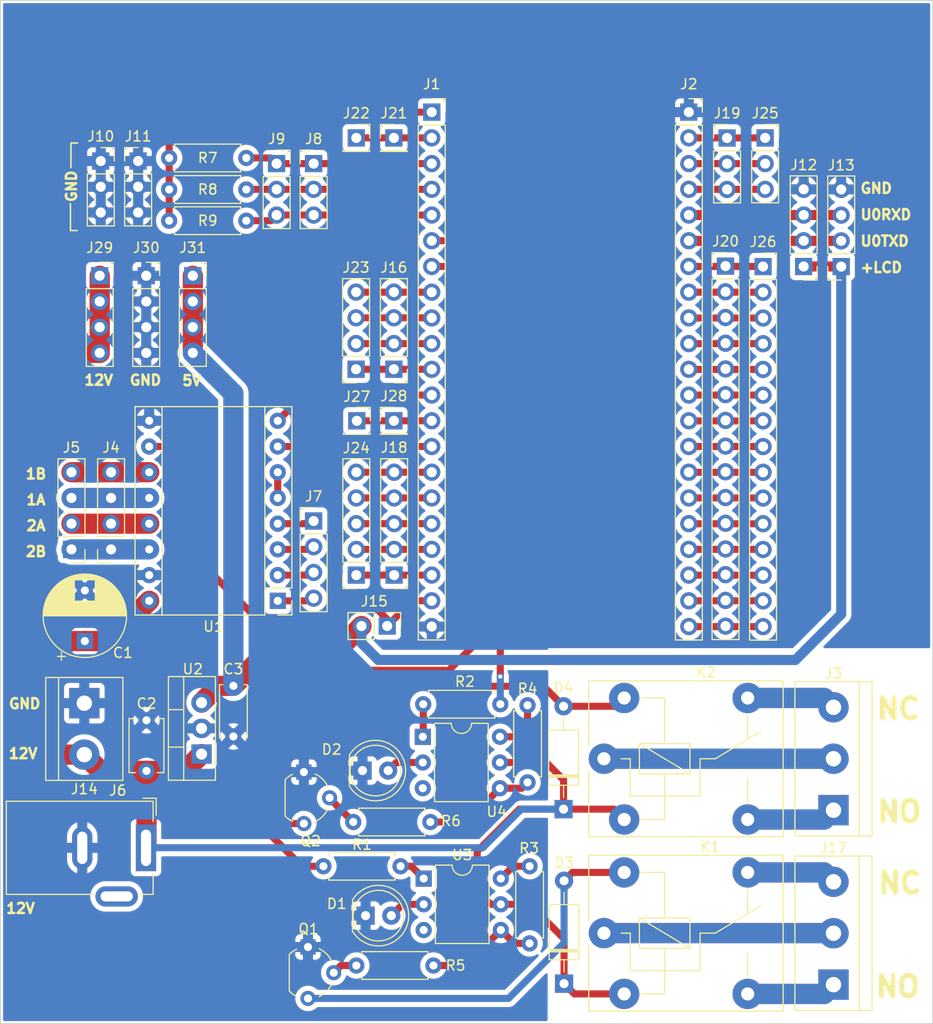
<source format=kicad_pcb>
(kicad_pcb (version 20221018) (generator pcbnew)
  (layers (0 "F.Cu" signal) (31 "B.Cu" signal) (34 "B.Paste" user) (35 "F.Paste" user) (36 "B.SilkS" user "B.Silkscreen") (37 "F.SilkS" user "F.Silkscreen") (38 "B.Mask" user) (39 "F.Mask" user) (44 "Edge.Cuts" user))
  (net 0 "")
  (net 1 "+12V")
  (net 2 "GND")
  (net 3 "+5VA")
  (net 4 "Net-(D1-A)")
  (net 5 "Net-(D2-A)")
  (net 6 "Net-(D3-A)")
  (net 7 "Net-(D4-A)")
  (net 8 "+3V3")
  (net 9 "/micro/GPIO0")
  (net 10 "/FINAL RUN/GPIO1")
  (net 11 "/FINAL RUN/GPIO2")
  (net 12 "/FINAL RUN/GPIO3")
  (net 13 "/RELE/GPIO4")
  (net 14 "/RELE/GPIO5")
  (net 15 "/micro/GPIO6")
  (net 16 "/micro/GPIO7")
  (net 17 "/micro/GPIO8")
  (net 18 "/micro/GPIO9")
  (net 19 "/DRIVER MOTOR/GPIO10")
  (net 20 "/micro/GPIO11")
  (net 21 "/DRIVER MOTOR/GPIO12")
  (net 22 "/micro/GPIO13")
  (net 23 "/micro/GPIO14")
  (net 24 "/micro/GPIO15")
  (net 25 "/micro/GPIO16")
  (net 26 "/micro/GPIO17")
  (net 27 "+5V")
  (net 28 "/micro/RST")
  (net 29 "/micro/GPIO46")
  (net 30 "/micro/GPIO45")
  (net 31 "/PANTALLA/GPIO44")
  (net 32 "/PANTALLA/GPIO43")
  (net 33 "/micro/GPIO42")
  (net 34 "/micro/GPIO41")
  (net 35 "/micro/GPIO40")
  (net 36 "/micro/GPIO39")
  (net 37 "/micro/GPIO38")
  (net 38 "/micro/GPIO37")
  (net 39 "/micro/GPIO36")
  (net 40 "/micro/GPIO35")
  (net 41 "/micro/GPIO34")
  (net 42 "/micro/GPIO33")
  (net 43 "/micro/GPIO26")
  (net 44 "/micro/GPIO21")
  (net 45 "/micro/GPIO20")
  (net 46 "/micro/GPIO19")
  (net 47 "/micro/GPIO18")
  (net 48 "Net-(J3-Pin_1)")
  (net 49 "Net-(J3-Pin_2)")
  (net 50 "Net-(J3-Pin_3)")
  (net 51 "Net-(J4-Pin_1)")
  (net 52 "Net-(J4-Pin_2)")
  (net 53 "Net-(J4-Pin_3)")
  (net 54 "Net-(J4-Pin_4)")
  (net 55 "Net-(J7-Pin_1)")
  (net 56 "Net-(J7-Pin_2)")
  (net 57 "Net-(J7-Pin_3)")
  (net 58 "Net-(J7-Pin_4)")
  (net 59 "Net-(J17-Pin_1)")
  (net 60 "Net-(J17-Pin_2)")
  (net 61 "Net-(J17-Pin_3)")
  (net 62 "Net-(Q1-B)")
  (net 63 "Net-(Q2-B)")
  (net 64 "Net-(R1-Pad1)")
  (net 65 "Net-(R2-Pad1)")
  (net 66 "Net-(R3-Pad1)")
  (net 67 "Net-(R3-Pad2)")
  (net 68 "Net-(R4-Pad1)")
  (net 69 "Net-(R4-Pad2)")
  (net 70 "Net-(U1-RESET)")
  (footprint "Connector_PinSocket_2.54mm:PinSocket_1x04_P2.54mm_Vertical" (layer "F.Cu") (at 57.1956 86.1568)
    (fp_text reference "J29")
    (fp_text value "Conn_01x04" hide)
  )
  (footprint "Connector_PinSocket_2.54mm:PinSocket_1x21_P2.54mm_Vertical" (layer "F.Cu") (at 90 70)
    (fp_text reference "J1")
    (fp_text value "IZQUIERDA")
  )
  (footprint "Capacitor_THT:C_Disc_D5.1mm_W3.2mm_P5.00mm" (layer "F.Cu") (at 61.8196 135.0608 90)
    (fp_text reference "C2")
    (fp_text value "0.22uF" hide)
  )
  (footprint "Connector_BarrelJack:BarrelJack_GCT_DCJ200-10-A_Horizontal" (layer "F.Cu") (at 61.7728 142.6568 -90)
    (fp_text reference "J6")
    (fp_text value "12V" hide)
  )
  (footprint "Diode_THT:D_A-405_P10.16mm_Horizontal" (layer "F.Cu") (at 103.0224 138.8364 90)
    (fp_text reference "D4")
    (fp_text value ">12v" hide)
  )
  (footprint "Connector_PinSocket_2.54mm:PinSocket_1x03_P2.54mm_Vertical" (layer "F.Cu") (at 122.9404 72.5424)
    (fp_text reference "J25")
    (fp_text value "Conn_01x03" hide)
  )
  (footprint "Connector_PinHeader_2.54mm:PinHeader_1x03_P2.54mm_Vertical" (layer "F.Cu") (at 78.3336 75.0824)
    (fp_text reference "J8")
    (fp_text value "Conn_01x03" hide)
  )
  (footprint "Connector_PinHeader_2.54mm:PinHeader_1x15_P2.54mm_Vertical" (layer "F.Cu") (at 119.0244 85.2)
    (fp_text reference "J20")
    (fp_text value "Conn_01x15" hide)
  )
  (footprint "Connector_PinSocket_2.54mm:PinSocket_1x04_P2.54mm_Vertical" (layer "F.Cu") (at 82.525 95.3924 180)
    (fp_text reference "J23")
    (fp_text value "Conn_01x04" hide)
  )
  (footprint "Package_TO_SOT_THT:TO-92_Wide" (layer "F.Cu") (at 77.7748 152.4508 -90)
    (fp_text reference "Q1")
    (fp_text value "2N3904" hide)
  )
  (footprint "Connector_PinSocket_2.54mm:PinSocket_1x04_P2.54mm_Vertical" (layer "F.Cu") (at 66.3956 86.1568)
    (fp_text reference "J31")
    (fp_text value "Conn_01x04" hide)
  )
  (footprint "Connector_PinHeader_2.54mm:PinHeader_1x03_P2.54mm_Vertical" (layer "F.Cu") (at 60.9944 74.8284)
    (fp_text reference "J11")
    (fp_text value "Conn_01x03" hide)
  )
  (footprint "Connector_PinSocket_2.54mm:PinSocket_1x15_P2.54mm_Vertical" (layer "F.Cu") (at 122.7328 85.25)
    (fp_text reference "J26")
    (fp_text value "Conn_01x15" hide)
  )
  (footprint "Connector_PinHeader_2.54mm:PinHeader_1x04_P2.54mm_Vertical" (layer "F.Cu") (at 86.2584 95.3924 180)
    (fp_text reference "J16")
    (fp_text value "Conn_01x04" hide)
  )
  (footprint "Module:Pololu_Breakout-16_15.2x20.3mm" (layer "F.Cu") (at 74.7852 118.2624 180)
    (fp_text reference "U1")
    (fp_text value "~" hide)
  )
  (footprint "Package_DIP:DIP-6_W7.62mm" (layer "F.Cu") (at 89.2048 145.6944)
    (fp_text reference "U3")
    (fp_text value "4N35" hide)
  )
  (footprint "Connector_PinSocket_2.54mm:PinSocket_1x03_P2.54mm_Vertical" (layer "F.Cu") (at 74.676 75.0852)
    (fp_text reference "J9")
    (fp_text value "Conn_01x03" hide)
  )
  (footprint "Resistor_THT:R_Axial_DIN0207_L6.3mm_D2.5mm_P7.62mm_Horizontal" (layer "F.Cu") (at 99.6696 144.4752 -90)
    (fp_text reference "R3")
    (fp_text value "10k" hide)
  )
  (footprint "Relay_THT:Relay_SPDT_Finder_36.11" (layer "F.Cu") (at 107.012 133.858)
    (fp_text reference "K2")
    (fp_text value "FINDER-36.11" hide)
  )
  (footprint "Diode_THT:D_A-405_P10.16mm_Horizontal" (layer "F.Cu") (at 103.0732 156.0688 90)
    (fp_text reference "D3")
    (fp_text value ">12v" hide)
  )
  (footprint "Connector_PinSocket_2.54mm:PinSocket_1x03_P2.54mm_Vertical" (layer "F.Cu") (at 57.3024 74.8284)
    (fp_text reference "J10")
    (fp_text value "Conn_01x03" hide)
  )
  (footprint "Connector_PinSocket_2.54mm:PinSocket_1x05_P2.54mm_Vertical" (layer "F.Cu") (at 82.55 115.7224 180)
    (fp_text reference "J24")
    (fp_text value "Conn_01x05" hide)
  )
  (footprint "Resistor_THT:R_Axial_DIN0207_L6.3mm_D2.5mm_P7.62mm_Horizontal" (layer "F.Cu") (at 64.0588 77.6364)
    (fp_text reference "R8")
    (fp_text value "R" hide)
  )
  (footprint "Connector_PinHeader_2.54mm:PinHeader_1x04_P2.54mm_Vertical" (layer "F.Cu") (at 78.3336 110.3824)
    (fp_text reference "J7")
    (fp_text value "driv" hide)
  )
  (footprint "LED_THT:LED_D5.0mm" (layer "F.Cu") (at 83.1596 135.0264)
    (fp_text reference "D2")
    (fp_text value "LED" hide)
  )
  (footprint "Connector_PinSocket_2.54mm:PinSocket_1x21_P2.54mm_Vertical" (layer "F.Cu") (at 115.4 70)
    (fp_text reference "J2")
    (fp_text value "DERECHA")
  )
  (footprint "Resistor_THT:R_Axial_DIN0207_L6.3mm_D2.5mm_P7.62mm_Horizontal" (layer "F.Cu") (at 99.4664 128.5748 -90)
    (fp_text reference "R4")
    (fp_text value "10k" hide)
  )
  (footprint "Resistor_THT:R_Axial_DIN0207_L6.3mm_D2.5mm_P7.62mm_Horizontal" (layer "F.Cu") (at 90.17 154.2796 180)
    (fp_text reference "R5")
    (fp_text value "1k" hide)
  )
  (footprint "Resistor_THT:R_Axial_DIN0207_L6.3mm_D2.5mm_P7.62mm_Horizontal" (layer "F.Cu") (at 89.159 128.4732)
    (fp_text reference "R2")
    (fp_text value "100" hide)
  )
  (footprint "Connector_PinHeader_2.54mm:PinHeader_1x01_P2.54mm_Vertical" (layer "F.Cu") (at 86.2584 72.5424)
    (fp_text reference "J21")
    (fp_text value "Conn_01x01" hide)
  )
  (footprint "Package_TO_SOT_THT:TO-92_Wide" (layer "F.Cu") (at 77.3684 135.1788 -90)
    (fp_text reference "Q2")
    (fp_text value "2N3904" hide)
  )
  (footprint "TerminalBlock:TerminalBlock_bornier-3_P5.08mm" (layer "F.Cu") (at 129.6924 156.1704 90)
    (fp_text reference "J17")
    (fp_text value "salidas" hide)
  )
  (footprint "Package_DIP:DIP-6_W7.62mm" (layer "F.Cu") (at 89.1182 131.6886)
    (fp_text reference "U4")
    (fp_text value "4N35" hide)
  )
  (footprint "Resistor_THT:R_Axial_DIN0207_L6.3mm_D2.5mm_P7.62mm_Horizontal" (layer "F.Cu") (at 86.9188 144.4752 180)
    (fp_text reference "R1")
    (fp_text value "100" hide)
  )
  (footprint "LED_THT:LED_D5.0mm" (layer "F.Cu") (at 83.4644 149.352)
    (fp_text reference "D1")
    (fp_text value "LED" hide)
  )
  (footprint "TerminalBlock:TerminalBlock_bornier-2_P5.08mm" (layer "F.Cu") (at 55.6768 128.3716 -90)
    (fp_text reference "J14")
    (fp_text value "12V" hide)
  )
  (footprint "Connector_PinSocket_2.54mm:PinSocket_1x04_P2.54mm_Vertical" (layer "F.Cu") (at 58.3184 113.1824 180)
    (fp_text reference "J4")
    (fp_text value "MOTOR" hide)
  )
  (footprint "Capacitor_THT:C_Disc_D5.0mm_W2.5mm_P5.00mm" (layer "F.Cu") (at 70.4048 126.6572 -90)
    (fp_text reference "C3")
    (fp_text value "0.1uF" hide)
  )
  (footprint "Connector_PinHeader_2.54mm:PinHeader_1x05_P2.54mm_Vertical" (layer "F.Cu") (at 86.2856 115.7224 180)
    (fp_text reference "J18")
    (fp_text value "Conn_01x05" hide)
  )
  (footprint "Connector_PinHeader_2.54mm:PinHeader_1x04_P2.54mm_Vertical" (layer "F.Cu") (at 54.4068 113.1824 180)
    (fp_text reference "J5")
    (fp_text value "MOTOR" hide)
  )
  (footprint "Resistor_THT:R_Axial_DIN0207_L6.3mm_D2.5mm_P7.62mm_Horizontal" (layer "F.Cu") (at 89.8652 140.1064 180)
    (fp_text reference "R6")
    (fp_text value "1k" hide)
  )
  (footprint "Connector_PinHeader_2.54mm:PinHeader_1x02_P2.54mm_Vertical" (layer "F.Cu") (at 85.598 120.75 -90)
    (fp_text reference "J15")
    (fp_text value "POWER" hide)
  )
  (footprint "TerminalBlock:TerminalBlock_bornier-3_P5.08mm" (layer "F.Cu") (at 129.6924 138.938 90)
    (fp_text reference "J3")
    (fp_text value "salidas" hide)
  )
  (footprint "Resistor_THT:R_Axial_DIN0207_L6.3mm_D2.5mm_P7.62mm_Horizontal" (layer "F.Cu") (at 64.0588 74.5236)
    (fp_text reference "R7")
    (fp_text value "R" hide)
  )
  (footprint "Connector_PinSocket_2.54mm:PinSocket_1x04_P2.54mm_Vertical" (layer "F.Cu") (at 130.4544 85.2524 180)
    (fp_text reference "J13")
    (fp_text value "LCD" hide)
  )
  (footprint "Package_TO_SOT_THT:TO-220-3_Vertical" (layer "F.Cu") (at 67.2552 133.4008 90)
    (fp_text reference "U2")
    (fp_text value "LM7805_TO220" hide)
  )
  (footprint "Resistor_THT:R_Axial_DIN0207_L6.3mm_D2.5mm_P7.62mm_Horizontal" (layer "F.Cu") (at 64.0588 80.7212)
    (fp_text reference "R9")
    (fp_text value "R" hide)
  )
  (footprint "Connector_PinSocket_2.54mm:PinSocket_1x01_P2.54mm_Vertical" (layer "F.Cu") (at 82.6008 100.4824)
    (fp_text reference "J27")
    (fp_text value "Conn_01x01" hide)
  )
  (footprint "Capacitor_THT:CP_Radial_D8.0mm_P5.00mm" (layer "F.Cu") (at 55.7276 122.239851 90)
    (fp_text reference "C1")
    (fp_text value "47uF" hide)
  )
  (footprint "Connector_PinSocket_2.54mm:PinSocket_1x01_P2.54mm_Vertical" (layer "F.Cu") (at 82.55 72.5424)
    (fp_text reference "J22")
    (fp_text value "Conn_01x01" hide)
  )
  (footprint "Connector_PinHeader_2.54mm:PinHeader_1x04_P2.54mm_Vertical" (layer "F.Cu") (at 126.746 85.2424 180)
    (fp_text reference "J12")
    (fp_text value "LCD" hide)
  )
  (footprint "Connector_PinSocket_2.54mm:PinSocket_1x04_P2.54mm_Vertical" (layer "F.Cu") (at 61.7956 86.1568)
    (fp_text reference "J30")
    (fp_text value "Conn_01x04" hide)
  )
  (footprint "Relay_THT:Relay_SPDT_Finder_36.11" (layer "F.Cu") (at 107.012 151.0848)
    (fp_text reference "K1")
    (fp_text value "FINDER-36.11" hide)
  )
  (footprint "Connector_PinHeader_2.54mm:PinHeader_1x01_P2.54mm_Vertical" (layer "F.Cu") (at 86.2584 100.4824)
    (fp_text reference "J28")
    (fp_text value "Conn_01x01" hide)
  )
  (footprint "Connector_PinHeader_2.54mm:PinHeader_1x03_P2.54mm_Vertical" (layer "F.Cu") (at 119.1768 72.5496)
    (fp_text reference "J19")
    (fp_text value "Conn_01x03" hide)
  )
  (gr_line (start 54.356 75.4888) (end 54.356 73.0504) (stroke (width 0.15)) (layer "F.SilkS"))
  (gr_line (start 54.3052 79.0448) (end 54.3052 81.6864) (stroke (width 0.15)) (layer "F.SilkS"))
  (gr_line (start 54.3052 81.6864) (end 54.9656 81.6864) (stroke (width 0.15)) (layer "F.SilkS"))
  (gr_line (start 54.356 73.0504) (end 55.0164 73.0504) (stroke (width 0.15)) (layer "F.SilkS"))
  (gr_rect (start 47.3964 58.9788) (end 139.4968 160.02) (stroke (width 0.1)) (fill none) (layer "Edge.Cuts"))
  (gr_text "+LCD" (at 134.4168 85.344) (layer "F.SilkS") (effects (font (size 1 1) (thickness 0.25) bold)))
  (gr_text "GND" (at 54.4068 77.3176 90) (layer "F.SilkS") (effects (font (size 1 1) (thickness 0.25) bold)))
  (gr_text "NC" (at 136.0932 128.9304) (layer "F.SilkS") (effects (font (size 2 2) (thickness 0.5) bold)))
  (gr_text "NO" (at 136.0424 156.3624) (layer "F.SilkS") (effects (font (size 2 2) (thickness 0.5) bold)))
  (gr_text "NC" (at 136.2456 146.1516) (layer "F.SilkS") (effects (font (size 2 2) (thickness 0.5) bold)))
  (gr_text "1B" (at 50.9016 105.731734) (layer "F.SilkS") (effects (font (size 1 1) (thickness 0.25) bold)))
  (gr_text "GND" (at 61.722 96.4692) (layer "F.SilkS") (effects (font (size 1 1) (thickness 0.25) bold)))
  (gr_text "12V" (at 57.0992 96.4692) (layer "F.SilkS") (effects (font (size 1 1) (thickness 0.25) bold)))
  (gr_text "5V" (at 66.294 96.52) (layer "F.SilkS") (effects (font (size 1 1) (thickness 0.25) bold)))
  (gr_text "12V" (at 49.6316 133.35) (layer "F.SilkS") (effects (font (size 1 1) (thickness 0.25) bold)))
  (gr_text "U0RXD" (at 134.869181 80.128533) (layer "F.SilkS") (effects (font (size 1 1) (thickness 0.25) bold)))
  (gr_text "GND" (at 133.9168 77.5208) (layer "F.SilkS") (effects (font (size 1 1) (thickness 0.25) bold)))
  (gr_text "2B" (at 50.9016 113.402534) (layer "F.SilkS") (effects (font (size 1 1) (thickness 0.25) bold)))
  (gr_text "1A" (at 50.9016 108.288667) (layer "F.SilkS") (effects (font (size 1 1) (thickness 0.25) bold)))
  (gr_text "2A" (at 50.9016 110.8456) (layer "F.SilkS") (effects (font (size 1 1) (thickness 0.25) bold)))
  (gr_text "12V" (at 49.3776 148.6408) (layer "F.SilkS") (effects (font (size 1 1) (thickness 0.25) bold)))
  (gr_text "NO" (at 136.1948 139.0904) (layer "F.SilkS") (effects (font (size 2 2) (thickness 0.5) bold)))
  (gr_text "GND" (at 49.784 128.4224) (layer "F.SilkS") (effects (font (size 1 1) (thickness 0.25) bold)))
  (gr_text "U0TXD" (at 134.750134 82.736266) (layer "F.SilkS") (effects (font (size 1 1) (thickness 0.25) bold)))
  (segment (start 61.8196 135.0608) (end 61.8196 142.61) (width 2) (layer "F.Cu") (net 1))
  (segment (start 51.3588 124.6632) (end 51.3588 132.1816) (width 2) (layer "F.Cu") (net 1))
  (segment (start 55.7276 122.239851) (end 53.782149 122.239851) (width 2) (layer "F.Cu") (net 1))
  (segment (start 55.7276 122.239851) (end 58.107749 122.239851) (width 2) (layer "F.Cu") (net 1))
  (segment (start 65.5952 135.0608) (end 67.2552 133.4008) (width 0.7) (layer "F.Cu") (net 1))
  (segment (start 61.8196 135.0608) (end 57.286 135.0608) (width 2) (layer "F.Cu") (net 1))
  (segment (start 103.0224 135.9408) (end 103.0224 138.8364) (width 0.7) (layer "F.Cu") (net 1))
  (segment (start 107.9904 138.8364) (end 109.012 139.858) (width 0.7) (layer "F.Cu") (net 1))
  (segment (start 103.0732 151.638) (end 103.0732 156.0688) (width 0.7) (layer "F.Cu") (net 1))
  (segment (start 53.782149 122.239851) (end 51.3588 124.6632) (width 2) (layer "F.Cu") (net 1))
  (segment (start 58.107749 122.239851) (end 62.0852 118.2624) (width 2) (layer "F.Cu") (net 1))
  (segment (start 103.0224 138.8364) (end 107.9904 138.8364) (width 0.7) (layer "F.Cu") (net 1))
  (segment (start 49.5808 98.9584) (end 49.5808 123.1392) (width 2) (layer "F.Cu") (net 1))
  (segment (start 95.8088 148.2344) (end 96.8248 148.2344) (width 0.7) (layer "F.Cu") (net 1))
  (segment (start 98.6536 138.8364) (end 94.8182 142.6718) (width 0.7) (layer "F.Cu") (net 1))
  (segment (start 109.012 157.0848) (end 104.0892 157.0848) (width 0.7) (layer "F.Cu") (net 1))
  (segment (start 96.8248 148.2344) (end 99.6696 148.2344) (width 0.7) (layer "F.Cu") (net 1))
  (segment (start 104.0892 157.0848) (end 103.0732 156.0688) (width 0.7) (layer "F.Cu") (net 1))
  (segment (start 52.6288 133.4516) (end 55.6768 133.4516) (width 2) (layer "F.Cu") (net 1))
  (segment (start 99.6696 148.2344) (end 103.0732 151.638) (width 0.7) (layer "F.Cu") (net 1))
  (segment (start 57.1956 86.1568) (end 57.1956 93.7768) (width 2) (layer "F.Cu") (net 1))
  (segment (start 57.1956 93.7768) (end 54.7624 93.7768) (width 2) (layer "F.Cu") (net 1))
  (segment (start 51.1048 124.6632) (end 51.3588 124.6632) (width 1) (layer "F.Cu") (net 1))
  (segment (start 96.7382 134.2286) (end 101.3102 134.2286) (width 0.7) (layer "F.Cu") (net 1))
  (segment (start 51.3588 132.1816) (end 52.6288 133.4516) (width 2) (layer "F.Cu") (net 1))
  (segment (start 49.5808 123.1392) (end 51.1048 124.6632) (width 2) (layer "F.Cu") (net 1))
  (segment (start 101.3102 134.2286) (end 103.0224 135.9408) (width 0.7) (layer "F.Cu") (net 1))
  (segment (start 94.488 143.002) (end 94.488 146.9136) (width 0.7) (layer "F.Cu") (net 1))
  (segment (start 61.8196 142.61) (end 61.7728 142.6568) (width 2) (layer "F.Cu") (net 1))
  (segment (start 65.9784 134.6776) (end 67.2552 133.4008) (width 2) (layer "F.Cu") (net 1))
  (segment (start 103.0224 138.8364) (end 98.6536 138.8364) (width 0.7) (layer "F.Cu") (net 1))
  (segment (start 94.488 146.9136) (end 95.8088 148.2344) (width 0.7) (layer "F.Cu") (net 1))
  (segment (start 57.286 135.0608) (end 55.6768 133.4516) (width 2) (layer "F.Cu") (net 1))
  (segment (start 54.7624 93.7768) (end 49.5808 98.9584) (width 2) (layer "F.Cu") (net 1))
  (segment (start 94.8182 142.6718) (end 94.488 143.002) (width 0.7) (layer "F.Cu") (net 1))
  (segment (start 61.8196 135.0608) (end 65.5952 135.0608) (width 2) (layer "F.Cu") (net 1))
  (segment (start 95.0468 142.6464) (end 98.8568 138.8364) (width 0.7) (layer "B.Cu") (net 1))
  (segment (start 61.7728 142.6568) (end 61.7832 142.6464) (width 0.7) (layer "B.Cu") (net 1))
  (segment (start 98.8568 138.8364) (end 103.0224 138.8364) (width 0.7) (layer "B.Cu") (net 1))
  (segment (start 61.7832 142.6464) (end 95.0468 142.6464) (width 0.7) (layer "B.Cu") (net 1))
  (segment (start 70.4048 126.6572) (end 73.3132 123.7488) (width 2) (layer "F.Cu") (net 3))
  (segment (start 130.4444 85.2424) (end 130.4544 85.2524) (width 1) (layer "F.Cu") (net 3))
  (segment (start 73.3132 123.7488) (end 80.0592 123.7488) (width 2) (layer "F.Cu") (net 3))
  (segment (start 80.0592 123.7488) (end 83.058 120.75) (width 2) (layer "F.Cu") (net 3))
  (segment (start 68.9188 126.6572) (end 67.2552 128.3208) (width 2) (layer "F.Cu") (net 3))
  (segment (start 70.4048 126.6572) (end 68.9188 126.6572) (width 2) (layer "F.Cu") (net 3))
  (segment (start 66.3956 86.1568) (end 66.3956 93.7768) (width 2) (layer "F.Cu") (net 3))
  (segment (start 126.746 85.2424) (end 130.4444 85.2424) (width 1) (layer "F.Cu") (net 3))
  (segment (start 125.9332 124.1044) (end 130.4544 119.5832) (width 1) (layer "B.Cu") (net 3))
  (segment (start 83.058 122.428) (end 84.7344 124.1044) (width 1) (layer "B.Cu") (net 3))
  (segment (start 83.058 121.3104) (end 83.058 122.428) (width 1) (layer "B.Cu") (net 3))
  (segment (start 70.4048 97.786) (end 66.3956 93.7768) (width 2) (layer "B.Cu") (net 3))
  (segment (start 130.4544 119.5832) (end 130.4544 85.2524) (width 1) (layer "B.Cu") (net 3))
  (segment (start 84.7344 124.1044) (end 125.9332 124.1044) (width 1) (layer "B.Cu") (net 3))
  (segment (start 70.4048 126.6572) (end 70.4048 97.786) (width 2) (layer "B.Cu") (net 3))
  (segment (start 83.058 120.75) (end 83.058 121.3104) (width 0.7) (layer "B.Cu") (net 3))
  (segment (start 89.2048 148.2344) (end 87.122 148.2344) (width 0.7) (layer "F.Cu") (net 4))
  (segment (start 87.122 148.2344) (end 86.0044 149.352) (width 0.7) (layer "F.Cu") (net 4))
  (segment (start 89.1182 134.2286) (end 86.4974 134.2286) (width 0.7) (layer "F.Cu") (net 5))
  (segment (start 86.4974 134.2286) (end 85.6996 135.0264) (width 0.7) (layer "F.Cu") (net 5))
  (segment (start 109.012 145.0848) (end 103.8972 145.0848) (width 0.7) (layer "F.Cu") (net 6))
  (segment (start 103.8972 145.0848) (end 103.0732 145.9088) (width 0.7) (layer "F.Cu") (net 6))
  (segment (start 103.0732 152.0444) (end 103.0732 145.9088) (width 0.7) (layer "B.Cu") (net 6))
  (segment (start 77.7748 157.5308) (end 97.5868 157.5308) (width 0.7) (layer "B.Cu") (net 6))
  (segment (start 97.5868 157.5308) (end 103.0732 152.0444) (width 0.7) (layer "B.Cu") (net 6))
  (segment (start 74.422 138.8364) (end 74.422 135.382) (width 0.7) (layer "F.Cu") (net 7))
  (segment (start 101.0412 126.6952) (end 103.0224 128.6764) (width 0.7) (layer "F.Cu") (net 7))
  (segment (start 108.1936 128.6764) (end 109.012 127.858) (width 0.7) (layer "F.Cu") (net 7))
  (segment (start 83.1088 126.6952) (end 101.0412 126.6952) (width 0.7) (layer "F.Cu") (net 7))
  (segment (start 74.422 135.382) (end 83.1088 126.6952) (width 0.7) (layer "F.Cu") (net 7))
  (segment (start 77.3684 140.2588) (end 75.8444 140.2588) (width 0.7) (layer "F.Cu") (net 7))
  (segment (start 75.8444 140.2588) (end 74.422 138.8364) (width 0.7) (layer "F.Cu") (net 7))
  (segment (start 103.0224 128.6764) (end 108.1936 128.6764) (width 0.7) (layer "F.Cu") (net 7))
  (segment (start 64.0588 74.5236) (end 64.0588 72.0852) (width 0.7) (layer "F.Cu") (net 8))
  (segment (start 64.0588 80.7212) (end 64.0588 74.5236) (width 0.7) (layer "F.Cu") (net 8))
  (segment (start 64.0588 72.0852) (end 66.144 70) (width 0.7) (layer "F.Cu") (net 8))
  (segment (start 66.144 70) (end 90 70) (width 0.7) (layer "F.Cu") (net 8))
  (segment (start 90 72.54) (end 82.5524 72.54) (width 0.7) (layer "F.Cu") (net 9))
  (segment (start 82.5524 72.54) (end 82.55 72.5424) (width 0.7) (layer "F.Cu") (net 9))
  (segment (start 74.6812 75.08) (end 74.676 75.0852) (width 0.7) (layer "F.Cu") (net 10))
  (segment (start 90 75.08) (end 74.6812 75.08) (width 0.7) (layer "F.Cu") (net 10))
  (segment (start 74.1144 74.5236) (end 74.676 75.0852) (width 0.7) (layer "F.Cu") (net 10))
  (segment (start 71.6788 74.5236) (end 74.1144 74.5236) (width 0.7) (layer "F.Cu") (net 10))
  (segment (start 71.6952 77.62) (end 71.6788 77.6364) (width 0.7) (layer "F.Cu") (net 11))
  (segment (start 90 77.62) (end 71.6952 77.62) (width 0.7) (layer "F.Cu") (net 11))
  (segment (start 90 80.16) (end 74.6812 80.16) (width 0.7) (layer "F.Cu") (net 12))
  (segment (start 74.12 80.7212) (end 74.676 80.1652) (width 0.7) (layer "F.Cu") (net 12))
  (segment (start 74.6812 80.16) (end 74.676 80.1652) (width 0.7) (layer "F.Cu") (net 12))
  (segment (start 71.6788 80.7212) (end 74.12 80.7212) (width 0.7) (layer "F.Cu") (net 12))
  (segment (start 96.774 125.7457) (end 96.774 86.4108) (width 0.7) (layer "F.Cu") (net 13))
  (segment (start 96.774 86.4108) (end 93.0632 82.7) (width 0.7) (layer "F.Cu") (net 13))
  (segment (start 93.0632 82.7) (end 90 82.7) (width 0.7) (layer "F.Cu") (net 13))
  (via (at 96.774 125.7457) (size 0.7) (drill 0.4) (layers "F.Cu" "B.Cu") (net 13))
  (segment (start 96.774 128.4682) (end 96.779 128.4732) (width 0.7) (layer "B.Cu") (net 13))
  (segment (start 96.774 125.7457) (end 96.774 128.4682) (width 0.7) (layer "B.Cu") (net 13))
  (segment (start 77.1652 144.4752) (end 73.0504 140.3604) (width 0.7) (layer "F.Cu") (net 14))
  (segment (start 94.1832 122.6312) (end 94.1832 87.6808) (width 0.7) (layer "F.Cu") (net 14))
  (segment (start 82.1436 125.1204) (end 91.694 125.1204) (width 0.7) (layer "F.Cu") (net 14))
  (segment (start 91.7424 85.24) (end 90 85.24) (width 0.7) (layer "F.Cu") (net 14))
  (segment (start 79.2988 144.4752) (end 77.1652 144.4752) (width 0.7) (layer "F.Cu") (net 14))
  (segment (start 91.694 125.1204) (end 94.1832 122.6312) (width 0.7) (layer "F.Cu") (net 14))
  (segment (start 73.0504 140.3604) (end 73.0504 134.2136) (width 0.7) (layer "F.Cu") (net 14))
  (segment (start 73.0504 134.2136) (end 82.1436 125.1204) (width 0.7) (layer "F.Cu") (net 14))
  (segment (start 94.1832 87.6808) (end 91.7424 85.24) (width 0.7) (layer "F.Cu") (net 14))
  (segment (start 90 87.78) (end 82.5326 87.78) (width 0.7) (layer "F.Cu") (net 15))
  (segment (start 82.5326 87.78) (end 82.525 87.7724) (width 0.7) (layer "F.Cu") (net 15))
  (segment (start 89.9924 90.3124) (end 90 90.32) (width 0.7) (layer "F.Cu") (net 16))
  (segment (start 82.525 90.3124) (end 89.9924 90.3124) (width 0.7) (layer "F.Cu") (net 16))
  (segment (start 90 92.86) (end 82.5326 92.86) (width 0.7) (layer "F.Cu") (net 17))
  (segment (start 82.5326 92.86) (end 82.525 92.8524) (width 0.7) (layer "F.Cu") (net 17))
  (segment (start 82.525 95.3924) (end 89.9924 95.3924) (width 0.7) (layer "F.Cu") (net 18))
  (segment (start 89.9924 95.3924) (end 90 95.4) (width 0.7) (layer "F.Cu") (net 18))
  (segment (start 90 97.94) (end 77.3276 97.94) (width 0.7) (layer "F.Cu") (net 19))
  (segment (start 77.3276 97.94) (end 74.7852 100.4824) (width 0.7) (layer "F.Cu") (net 19))
  (segment (start 89.9976 100.4824) (end 90 100.48) (width 0.7) (layer "F.Cu") (net 20))
  (segment (start 82.6008 100.4824) (end 89.9976 100.4824) (width 0.7) (layer "F.Cu") (net 20))
  (segment (start 90 103.02) (end 74.7876 103.02) (width 0.7) (layer "F.Cu") (net 21))
  (segment (start 74.7876 103.02) (end 74.7852 103.0224) (width 0.7) (layer "F.Cu") (net 21))
  (segment (start 82.55 105.5624) (end 89.9976 105.5624) (width 0.7) (layer "F.Cu") (net 22))
  (segment (start 89.9976 105.5624) (end 90 105.56) (width 0.7) (layer "F.Cu") (net 22))
  (segment (start 82.5524 108.1) (end 82.55 108.1024) (width 0.7) (layer "F.Cu") (net 23))
  (segment (start 90 108.1) (end 82.5524 108.1) (width 0.7) (layer "F.Cu") (net 23))
  (segment (start 89.9976 110.6424) (end 90 110.64) (width 0.7) (layer "F.Cu") (net 24))
  (segment (start 82.55 110.6424) (end 89.9976 110.6424) (width 0.7) (layer "F.Cu") (net 24))
  (segment (start 90 113.18) (end 82.5524 113.18) (width 0.7) (layer "F.Cu") (net 25))
  (segment (start 82.5524 113.18) (end 82.55 113.1824) (width 0.7) (layer "F.Cu") (net 25))
  (segment (start 82.55 115.7224) (end 89.9976 115.7224) (width 0.7) (layer "F.Cu") (net 26))
  (segment (start 89.9976 115.7224) (end 90 115.72) (width 0.7) (layer "F.Cu") (net 26))
  (segment (start 84.4296 118.9228) (end 85.598 120.0912) (width 0.7) (layer "F.Cu") (net 27))
  (segment (start 88.088 118.26) (end 85.598 120.75) (width 0.7) (layer "F.Cu") (net 27))
  (segment (start 79.756 120.2436) (end 81.0768 118.9228) (width 0.7) (layer "F.Cu") (net 27))
  (segment (start 90 118.26) (end 88.088 118.26) (width 0.7) (layer "F.Cu") (net 27))
  (segment (start 65.3288 103.0224) (end 68.4276 106.1212) (width 0.7) (layer "F.Cu") (net 27))
  (segment (start 68.4276 115.7224) (end 72.9488 120.2436) (width 0.7) (layer "F.Cu") (net 27))
  (segment (start 62.0852 103.0224) (end 65.3288 103.0224) (width 0.7) (layer "F.Cu") (net 27))
  (segment (start 81.0768 118.9228) (end 84.4296 118.9228) (width 0.7) (layer "F.Cu") (net 27))
  (segment (start 72.9488 120.2436) (end 79.756 120.2436) (width 0.7) (layer "F.Cu") (net 27))
  (segment (start 85.598 120.0912) (end 85.598 120.75) (width 0.7) (layer "F.Cu") (net 27))
  (segment (start 68.4276 106.1212) (end 68.4276 115.7224) (width 0.7) (layer "F.Cu") (net 27))
  (segment (start 115.4024 72.5424) (end 115.4 72.54) (width 0.7) (layer "F.Cu") (net 28))
  (segment (start 122.9404 72.5424) (end 115.4024 72.5424) (width 0.7) (layer "F.Cu") (net 28))
  (segment (start 115.4 75.08) (end 122.938 75.08) (width 0.7) (layer "F.Cu") (net 29))
  (segment (start 122.938 75.08) (end 122.9404 75.0824) (width 0.7) (layer "F.Cu") (net 29))
  (segment (start 122.9404 77.6224) (end 115.4024 77.6224) (width 0.7) (layer "F.Cu") (net 30))
  (segment (start 115.4024 77.6224) (end 115.4 77.62) (width 0.7) (layer "F.Cu") (net 30))
  (segment (start 115.4 80.16) (end 130.442 80.16) (width 1) (layer "F.Cu") (net 31))
  (segment (start 130.442 80.16) (end 130.4544 80.1724) (width 1) (layer "F.Cu") (net 31))
  (segment (start 115.4124 82.7124) (end 115.4 82.7) (width 1) (layer "F.Cu") (net 32))
  (segment (start 130.4544 82.7124) (end 115.4124 82.7124) (width 1) (layer "F.Cu") (net 32))
  (segment (start 115.4 85.24) (end 122.7228 85.24) (width 0.7) (layer "F.Cu") (net 33))
  (segment (start 122.7228 85.24) (end 122.7328 85.25) (width 0.7) (layer "F.Cu") (net 33))
  (segment (start 115.4 87.78) (end 122.7228 87.78) (width 0.7) (layer "F.Cu") (net 34))
  (segment (start 122.7228 87.78) (end 122.7328 87.79) (width 0.7) (layer "F.Cu") (net 34))
  (segment (start 115.41 90.33) (end 115.4 90.32) (width 0.7) (layer "F.Cu") (net 35))
  (segment (start 122.7328 90.33) (end 115.41 90.33) (width 0.7) (layer "F.Cu") (net 35))
  (segment (start 115.4 92.86) (end 122.7228 92.86) (width 0.7) (layer "F.Cu") (net 36))
  (segment (start 122.7228 92.86) (end 122.7328 92.87) (width 0.7) (layer "F.Cu") (net 36))
  (segment (start 115.41 95.41) (end 115.4 95.4) (width 0.7) (layer "F.Cu") (net 37))
  (segment (start 122.7328 95.41) (end 115.41 95.41) (width 0.7) (layer "F.Cu") (net 37))
  (segment (start 115.4 97.94) (end 122.7228 97.94) (width 0.7) (layer "F.Cu") (net 38))
  (segment (start 122.7228 97.94) (end 122.7328 97.95) (width 0.7) (layer "F.Cu") (net 38))
  (segment (start 115.41 100.49) (end 115.4 100.48) (width 0.7) (layer "F.Cu") (net 39))
  (segment (start 122.7328 100.49) (end 115.41 100.49) (width 0.7) (layer "F.Cu") (net 39))
  (segment (start 122.7228 103.02) (end 122.7328 103.03) (width 0.7) (layer "F.Cu") (net 40))
  (segment (start 115.4 103.02) (end 122.7228 103.02) (width 0.7) (layer "F.Cu") (net 40))
  (segment (start 115.41 105.57) (end 115.4 105.56) (width 0.7) (layer "F.Cu") (net 41))
  (segment (start 122.7328 105.57) (end 115.41 105.57) (width 0.7) (layer "F.Cu") (net 41))
  (segment (start 122.7228 108.1) (end 122.7328 108.11) (width 0.7) (layer "F.Cu") (net 42))
  (segment (start 115.4 108.1) (end 122.7228 108.1) (width 0.7) (layer "F.Cu") (net 42))
  (segment (start 122.7328 110.65) (end 115.41 110.65) (width 0.7) (layer "F.Cu") (net 43))
  (segment (start 115.41 110.65) (end 115.4 110.64) (width 0.7) (layer "F.Cu") (net 43))
  (segment (start 115.4 113.18) (end 122.7228 113.18) (width 0.7) (layer "F.Cu") (net 44))
  (segment (start 122.7228 113.18) (end 122.7328 113.19) (width 0.7) (layer "F.Cu") (net 44))
  (segment (start 115.41 115.73) (end 115.4 115.72) (width 0.7) (layer "F.Cu") (net 45))
  (segment (start 122.7328 115.73) (end 115.41 115.73) (width 0.7) (layer "F.Cu") (net 45))
  (segment (start 122.7228 118.26) (end 122.7328 118.27) (width 0.7) (layer "F.Cu") (net 46))
  (segment (start 115.4 118.26) (end 122.7228 118.26) (width 0.7) (layer "F.Cu") (net 46))
  (segment (start 115.41 120.81) (end 115.4 120.8) (width 0.7) (layer "F.Cu") (net 47))
  (segment (start 122.7328 120.81) (end 115.41 120.81) (width 0.7) (layer "F.Cu") (net 47))
  (segment (start 128.7724 139.858) (end 129.6924 138.938) (width 2) (layer "F.Cu") (net 48))
  (segment (start 121.212 139.858) (end 128.7724 139.858) (width 2) (layer "F.Cu") (net 48))
  (segment (start 121.212 139.858) (end 128.7724 139.858) (width 2) (layer "B.Cu") (net 48))
  (segment (start 128.7724 139.858) (end 129.6924 138.938) (width 2) (layer "B.Cu") (net 48))
  (segment (start 129.6924 133.858) (end 107.012 133.858) (width 2) (layer "F.Cu") (net 49))
  (segment (start 107.012 133.858) (end 129.6924 133.858) (width 2) (layer "B.Cu") (net 49))
  (segment (start 121.212 127.858) (end 128.7724 127.858) (width 2) (layer "F.Cu") (net 50))
  (segment (start 128.7724 127.858) (end 129.6924 128.778) (width 2) (layer "F.Cu") (net 50))
  (segment (start 121.212 127.858) (end 128.7724 127.858) (width 2) (layer "B.Cu") (net 50))
  (segment (start 128.7724 127.858) (end 129.6924 128.778) (width 2) (layer "B.Cu") (net 50))
  (segment (start 54.4068 113.1824) (end 62.0852 113.1824) (width 2) (layer "B.Cu") (net 51))
  (segment (start 62.0852 110.6424) (end 54.4068 110.6424) (width 2) (layer "F.Cu") (net 52))
  (segment (start 54.4068 108.1024) (end 62.0852 108.1024) (width 2) (layer "B.Cu") (net 53))
  (segment (start 62.0852 105.5624) (end 54.4068 105.5624) (width 2) (layer "F.Cu") (net 54))
  (segment (start 74.7852 110.6424) (end 78.0736 110.6424) (width 0.7) (layer "F.Cu") (net 55))
  (segment (start 78.0736 110.6424) (end 78.3336 110.3824) (width 0.7) (layer "F.Cu") (net 55))
  (segment (start 78.0736 113.1824) (end 78.3336 112.9224) (width 0.7) (layer "F.Cu") (net 56))
  (segment (start 74.7852 113.1824) (end 78.0736 113.1824) (width 0.7) (layer "F.Cu") (net 56))
  (segment (start 74.7852 115.7224) (end 78.0736 115.7224) (width 0.7) (layer "F.Cu") (net 57))
  (segment (start 78.0736 115.7224) (end 78.3336 115.4624) (width 0.7) (layer "F.Cu") (net 57))
  (segment (start 78.0736 118.2624) (end 78.3336 118.0024) (width 0.7) (layer "F.Cu") (net 58))
  (segment (start 74.7852 118.2624) (end 78.0736 118.2624) (width 0.7) (layer "F.Cu") (net 58))
  (segment (start 128.778 157.0848) (end 129.6924 156.1704) (width 2) (layer "F.Cu") (net 59))
  (segment (start 121.212 157.0848) (end 128.778 157.0848) (width 2) (layer "F.Cu") (net 59))
  (segment (start 128.778 157.0848) (end 129.6924 156.1704) (width 2) (layer "B.Cu") (net 59))
  (segment (start 121.212 157.0848) (end 128.778 157.0848) (width 2) (layer "B.Cu") (net 59))
  (segment (start 129.6924 151.0904) (end 107.0176 151.0904) (width 2) (layer "F.Cu") (net 60))
  (segment (start 107.0176 151.0904) (end 107.012 151.0848) (width 2) (layer "F.Cu") (net 60))
  (segment (start 107.012 151.0848) (end 129.6868 151.0848) (width 2) (layer "B.Cu") (net 60))
  (segment (start 129.6868 151.0848) (end 129.6924 151.0904) (width 2) (layer "B.Cu") (net 60))
  (segment (start 121.212 145.0848) (end 128.7668 145.0848) (width 2) (layer "F.Cu") (net 61))
  (segment (start 128.7668 145.0848) (end 129.6924 146.0104) (width 2) (layer "F.Cu") (net 61))
  (segment (start 121.212 145.0848) (end 128.7668 145.0848) (width 2) (layer "B.Cu") (net 61))
  (segment (start 128.7668 145.0848) (end 129.6924 146.0104) (width 2) (layer "B.Cu") (net 61))
  (segment (start 82.55 154.2796) (end 81.026 154.2796) (width 0.7) (layer "F.Cu") (net 62))
  (segment (start 81.026 154.2796) (end 80.3148 154.9908) (width 0.7) (layer "F.Cu") (net 62))
  (segment (start 79.9084 137.7188) (end 79.9084 137.7696) (width 0.7) (layer "F.Cu") (net 63))
  (segment (start 79.9084 137.7696) (end 82.2452 140.1064) (width 0.7) (layer "F.Cu") (net 63))
  (segment (start 87.9856 144.4752) (end 89.2048 145.6944) (width 0.7) (layer "F.Cu") (net 64))
  (segment (start 86.9188 144.4752) (end 87.9856 144.4752) (width 0.7) (layer "F.Cu") (net 64))
  (segment (start 89.159 131.6478) (end 89.1182 131.6886) (width 0.7) (layer "F.Cu") (net 65))
  (segment (start 89.159 128.4732) (end 89.159 131.6478) (width 0.7) (layer "F.Cu") (net 65))
  (segment (start 99.6696 144.4752) (end 98.044 144.4752) (width 0.7) (layer "F.Cu") (net 66))
  (segment (start 98.044 144.4752) (end 96.8248 145.6944) (width 0.7) (layer "F.Cu") (net 66))
  (segment (start 99.6696 152.0952) (end 98.1456 152.0952) (width 0.7) (layer "F.Cu") (net 67))
  (segment (start 90.17 154.2796) (end 93.3196 154.2796) (width 0.7) (layer "F.Cu") (net 67))
  (segment (start 98.1456 152.0952) (end 96.8248 150.7744) (width 0.7) (layer "F.Cu") (net 67))
  (segment (start 93.3196 154.2796) (end 96.8248 150.7744) (width 0.7) (layer "F.Cu") (net 67))
  (segment (start 98.1306 131.6886) (end 96.7382 131.6886) (width 0.7) (layer "F.Cu") (net 68))
  (segment (start 99.4664 130.3528) (end 98.1306 131.6886) (width 0.7) (layer "F.Cu") (net 68))
  (segment (start 99.4664 128.5748) (end 99.4664 130.3528) (width 0.7) (layer "F.Cu") (net 68))
  (segment (start 96.7382 136.7686) (end 98.8926 136.7686) (width 0.7) (layer "F.Cu") (net 69))
  (segment (start 93.4004 140.1064) (end 96.7382 136.7686) (width 0.7) (layer "F.Cu") (net 69))
  (segment (start 98.8926 136.7686) (end 99.4664 136.1948) (width 0.7) (layer "F.Cu") (net 69))
  (segment (start 89.8652 140.1064) (end 93.4004 140.1064) (width 0.7) (layer "F.Cu") (net 69))
  (segment (start 74.7852 105.5624) (end 74.7852 108.1024) (width 0.7) (layer "F.Cu") (net 70))
  (zone (net 2) (net_name "GND") (layer "B.Cu") (connect_pads (clearance 0.5)) (min_thickness 0.25) (fill yes (thermal_gap 0.5) (thermal_bridge_width 1))
    (polygon (pts (xy 47.498 159.9184) (xy 101.4476 159.9184) (xy 101.5238 122.936) (xy 139.3952 122.936) (xy 139.3952 59.0804) (xy 47.498 59.0804)))
  )
)
</source>
